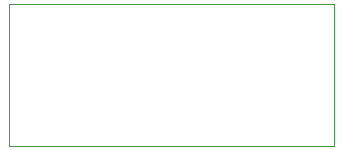
<source format=gbr>
G04 (created by PCBNEW (2013-jul-07)-stable) date Sun 22 Mar 2015 20:47:42 GMT*
%MOIN*%
G04 Gerber Fmt 3.4, Leading zero omitted, Abs format*
%FSLAX34Y34*%
G01*
G70*
G90*
G04 APERTURE LIST*
%ADD10C,0.00590551*%
%ADD11C,0.00393701*%
G04 APERTURE END LIST*
G54D10*
G54D11*
X16535Y-19881D02*
X27362Y-19881D01*
X16535Y-15157D02*
X16535Y-19881D01*
X27362Y-15157D02*
X16535Y-15157D01*
X27362Y-19881D02*
X27362Y-15157D01*
M02*

</source>
